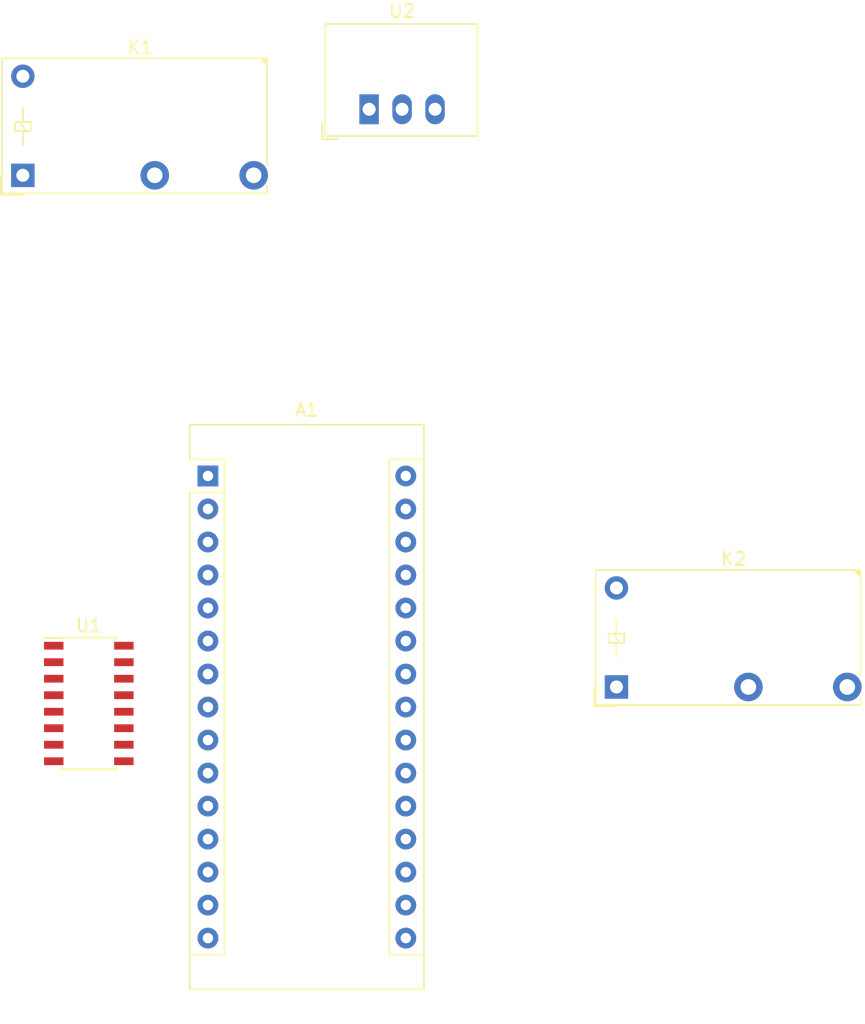
<source format=kicad_pcb>
(kicad_pcb (version 20171130) (host pcbnew 5.0.2-1.fc29)

  (general
    (thickness 1.6)
    (drawings 0)
    (tracks 0)
    (zones 0)
    (modules 5)
    (nets 36)
  )

  (page A4)
  (title_block
    (date "jeu. 02 avril 2015")
  )

  (layers
    (0 F.Cu signal)
    (31 B.Cu signal)
    (32 B.Adhes user)
    (33 F.Adhes user)
    (34 B.Paste user)
    (35 F.Paste user)
    (36 B.SilkS user)
    (37 F.SilkS user)
    (38 B.Mask user)
    (39 F.Mask user)
    (40 Dwgs.User user)
    (41 Cmts.User user)
    (42 Eco1.User user)
    (43 Eco2.User user)
    (44 Edge.Cuts user)
    (45 Margin user)
    (46 B.CrtYd user)
    (47 F.CrtYd user)
    (48 B.Fab user)
    (49 F.Fab user)
  )

  (setup
    (last_trace_width 0.25)
    (trace_clearance 0.2)
    (zone_clearance 0.508)
    (zone_45_only no)
    (trace_min 0.2)
    (segment_width 0.15)
    (edge_width 0.1)
    (via_size 0.6)
    (via_drill 0.4)
    (via_min_size 0.4)
    (via_min_drill 0.3)
    (uvia_size 0.3)
    (uvia_drill 0.1)
    (uvias_allowed no)
    (uvia_min_size 0.2)
    (uvia_min_drill 0.1)
    (pcb_text_width 0.3)
    (pcb_text_size 1.5 1.5)
    (mod_edge_width 0.15)
    (mod_text_size 1 1)
    (mod_text_width 0.15)
    (pad_size 1.5 1.5)
    (pad_drill 0.6)
    (pad_to_mask_clearance 0)
    (solder_mask_min_width 0.25)
    (aux_axis_origin 138.176 110.617)
    (visible_elements FFFFFF7F)
    (pcbplotparams
      (layerselection 0x00030_80000001)
      (usegerberextensions false)
      (usegerberattributes false)
      (usegerberadvancedattributes false)
      (creategerberjobfile false)
      (excludeedgelayer true)
      (linewidth 0.100000)
      (plotframeref false)
      (viasonmask false)
      (mode 1)
      (useauxorigin false)
      (hpglpennumber 1)
      (hpglpenspeed 20)
      (hpglpendiameter 15.000000)
      (psnegative false)
      (psa4output false)
      (plotreference true)
      (plotvalue true)
      (plotinvisibletext false)
      (padsonsilk false)
      (subtractmaskfromsilk false)
      (outputformat 1)
      (mirror false)
      (drillshape 1)
      (scaleselection 1)
      (outputdirectory ""))
  )

  (net 0 "")
  (net 1 "Net-(A1-Pad5)")
  (net 2 Earth)
  (net 3 "Net-(K1-Pad11)")
  (net 4 +12V)
  (net 5 "Net-(K2-Pad11)")
  (net 6 "Net-(A1-Pad6)")
  (net 7 "Net-(U1-Pad1)")
  (net 8 "Net-(A1-Pad8)")
  (net 9 "Net-(A1-Pad7)")
  (net 10 "Net-(A1-Pad10)")
  (net 11 "Net-(A1-Pad9)")
  (net 12 "Net-(U1-Pad8)")
  (net 13 "Net-(A1-Pad1)")
  (net 14 "Net-(A1-Pad17)")
  (net 15 "Net-(A1-Pad2)")
  (net 16 "Net-(A1-Pad18)")
  (net 17 "Net-(A1-Pad3)")
  (net 18 "Net-(A1-Pad19)")
  (net 19 "Net-(A1-Pad4)")
  (net 20 "Net-(A1-Pad20)")
  (net 21 "Net-(A1-Pad21)")
  (net 22 "Net-(A1-Pad22)")
  (net 23 "Net-(A1-Pad23)")
  (net 24 "Net-(A1-Pad24)")
  (net 25 "Net-(A1-Pad25)")
  (net 26 "Net-(A1-Pad26)")
  (net 27 "Net-(A1-Pad11)")
  (net 28 "Net-(A1-Pad27)")
  (net 29 "Net-(A1-Pad12)")
  (net 30 "Net-(A1-Pad28)")
  (net 31 "Net-(A1-Pad13)")
  (net 32 "Net-(A1-Pad14)")
  (net 33 "Net-(A1-Pad30)")
  (net 34 "Net-(A1-Pad15)")
  (net 35 "Net-(A1-Pad16)")

  (net_class Default "This is the default net class."
    (clearance 0.2)
    (trace_width 0.25)
    (via_dia 0.6)
    (via_drill 0.4)
    (uvia_dia 0.3)
    (uvia_drill 0.1)
    (add_net +12V)
    (add_net Earth)
    (add_net "Net-(A1-Pad1)")
    (add_net "Net-(A1-Pad10)")
    (add_net "Net-(A1-Pad11)")
    (add_net "Net-(A1-Pad12)")
    (add_net "Net-(A1-Pad13)")
    (add_net "Net-(A1-Pad14)")
    (add_net "Net-(A1-Pad15)")
    (add_net "Net-(A1-Pad16)")
    (add_net "Net-(A1-Pad17)")
    (add_net "Net-(A1-Pad18)")
    (add_net "Net-(A1-Pad19)")
    (add_net "Net-(A1-Pad2)")
    (add_net "Net-(A1-Pad20)")
    (add_net "Net-(A1-Pad21)")
    (add_net "Net-(A1-Pad22)")
    (add_net "Net-(A1-Pad23)")
    (add_net "Net-(A1-Pad24)")
    (add_net "Net-(A1-Pad25)")
    (add_net "Net-(A1-Pad26)")
    (add_net "Net-(A1-Pad27)")
    (add_net "Net-(A1-Pad28)")
    (add_net "Net-(A1-Pad3)")
    (add_net "Net-(A1-Pad30)")
    (add_net "Net-(A1-Pad4)")
    (add_net "Net-(A1-Pad5)")
    (add_net "Net-(A1-Pad6)")
    (add_net "Net-(A1-Pad7)")
    (add_net "Net-(A1-Pad8)")
    (add_net "Net-(A1-Pad9)")
    (add_net "Net-(K1-Pad11)")
    (add_net "Net-(K2-Pad11)")
    (add_net "Net-(U1-Pad1)")
    (add_net "Net-(U1-Pad8)")
  )

  (module Converter_DCDC:Converter_DCDC_RECOM_R-78E-0.5_THT (layer F.Cu) (tedit 5B741BB0) (tstamp 5C285106)
    (at 190.5 41.91)
    (descr "DCDC-Converter, RECOM, RECOM_R-78E-0.5, SIP-3, pitch 2.54mm, package size 11.6x8.5x10.4mm^3, https://www.recom-power.com/pdf/Innoline/R-78Exx-0.5.pdf")
    (tags "dc-dc recom buck sip-3 pitch 2.54mm")
    (path /5C1F97D2)
    (fp_text reference U2 (at 2.54 -7.56) (layer F.SilkS)
      (effects (font (size 1 1) (thickness 0.15)))
    )
    (fp_text value R-781.5-0.5 (at 2.54 3) (layer F.Fab)
      (effects (font (size 1 1) (thickness 0.15)))
    )
    (fp_line (start -3.31 -6.5) (end 8.29 -6.5) (layer F.Fab) (width 0.1))
    (fp_line (start 8.29 -6.5) (end 8.29 2) (layer F.Fab) (width 0.1))
    (fp_line (start 8.29 2) (end -2.31 2) (layer F.Fab) (width 0.1))
    (fp_line (start -2.31 2) (end -3.31 1) (layer F.Fab) (width 0.1))
    (fp_line (start -3.31 1) (end -3.31 -6.5) (layer F.Fab) (width 0.1))
    (fp_line (start -3.371 -6.56) (end 8.35 -6.56) (layer F.SilkS) (width 0.12))
    (fp_line (start -3.371 2.06) (end 8.35 2.06) (layer F.SilkS) (width 0.12))
    (fp_line (start -3.371 -6.56) (end -3.371 2.06) (layer F.SilkS) (width 0.12))
    (fp_line (start 8.35 -6.56) (end 8.35 2.06) (layer F.SilkS) (width 0.12))
    (fp_line (start -3.611 1.06) (end -3.611 2.3) (layer F.SilkS) (width 0.12))
    (fp_line (start -3.611 2.3) (end -2.371 2.3) (layer F.SilkS) (width 0.12))
    (fp_line (start -3.57 -6.75) (end -3.57 2.25) (layer F.CrtYd) (width 0.05))
    (fp_line (start -3.57 2.25) (end 8.54 2.25) (layer F.CrtYd) (width 0.05))
    (fp_line (start 8.54 2.25) (end 8.54 -6.75) (layer F.CrtYd) (width 0.05))
    (fp_line (start 8.54 -6.75) (end -3.57 -6.75) (layer F.CrtYd) (width 0.05))
    (fp_text user %R (at 2.54 -2.25) (layer F.Fab)
      (effects (font (size 1 1) (thickness 0.15)))
    )
    (pad 1 thru_hole rect (at 0 0) (size 1.5 2.3) (drill 1) (layers *.Cu *.Mask)
      (net 4 +12V))
    (pad 2 thru_hole oval (at 2.54 0) (size 1.5 2.3) (drill 1) (layers *.Cu *.Mask)
      (net 2 Earth))
    (pad 3 thru_hole oval (at 5.08 0) (size 1.5 2.3) (drill 1) (layers *.Cu *.Mask)
      (net 33 "Net-(A1-Pad30)"))
    (model ${KISYS3DMOD}/Converter_DCDC.3dshapes/Converter_DCDC_RECOM_R-78E-0.5_THT.wrl
      (at (xyz 0 0 0))
      (scale (xyz 1 1 1))
      (rotate (xyz 0 0 0))
    )
  )

  (module Module:Arduino_Nano (layer F.Cu) (tedit 58ACAF70) (tstamp 5C2850EF)
    (at 178.085001 70.125001)
    (descr "Arduino Nano, http://www.mouser.com/pdfdocs/Gravitech_Arduino_Nano3_0.pdf")
    (tags "Arduino Nano")
    (path /5C1CA5D2)
    (fp_text reference A1 (at 7.62 -5.08) (layer F.SilkS)
      (effects (font (size 1 1) (thickness 0.15)))
    )
    (fp_text value Arduino_Nano_v2.x (at 8.89 19.05 90) (layer F.Fab)
      (effects (font (size 1 1) (thickness 0.15)))
    )
    (fp_text user %R (at 6.35 19.05 90) (layer F.Fab)
      (effects (font (size 1 1) (thickness 0.15)))
    )
    (fp_line (start 1.27 1.27) (end 1.27 -1.27) (layer F.SilkS) (width 0.12))
    (fp_line (start 1.27 -1.27) (end -1.4 -1.27) (layer F.SilkS) (width 0.12))
    (fp_line (start -1.4 1.27) (end -1.4 39.5) (layer F.SilkS) (width 0.12))
    (fp_line (start -1.4 -3.94) (end -1.4 -1.27) (layer F.SilkS) (width 0.12))
    (fp_line (start 13.97 -1.27) (end 16.64 -1.27) (layer F.SilkS) (width 0.12))
    (fp_line (start 13.97 -1.27) (end 13.97 36.83) (layer F.SilkS) (width 0.12))
    (fp_line (start 13.97 36.83) (end 16.64 36.83) (layer F.SilkS) (width 0.12))
    (fp_line (start 1.27 1.27) (end -1.4 1.27) (layer F.SilkS) (width 0.12))
    (fp_line (start 1.27 1.27) (end 1.27 36.83) (layer F.SilkS) (width 0.12))
    (fp_line (start 1.27 36.83) (end -1.4 36.83) (layer F.SilkS) (width 0.12))
    (fp_line (start 3.81 31.75) (end 11.43 31.75) (layer F.Fab) (width 0.1))
    (fp_line (start 11.43 31.75) (end 11.43 41.91) (layer F.Fab) (width 0.1))
    (fp_line (start 11.43 41.91) (end 3.81 41.91) (layer F.Fab) (width 0.1))
    (fp_line (start 3.81 41.91) (end 3.81 31.75) (layer F.Fab) (width 0.1))
    (fp_line (start -1.4 39.5) (end 16.64 39.5) (layer F.SilkS) (width 0.12))
    (fp_line (start 16.64 39.5) (end 16.64 -3.94) (layer F.SilkS) (width 0.12))
    (fp_line (start 16.64 -3.94) (end -1.4 -3.94) (layer F.SilkS) (width 0.12))
    (fp_line (start 16.51 39.37) (end -1.27 39.37) (layer F.Fab) (width 0.1))
    (fp_line (start -1.27 39.37) (end -1.27 -2.54) (layer F.Fab) (width 0.1))
    (fp_line (start -1.27 -2.54) (end 0 -3.81) (layer F.Fab) (width 0.1))
    (fp_line (start 0 -3.81) (end 16.51 -3.81) (layer F.Fab) (width 0.1))
    (fp_line (start 16.51 -3.81) (end 16.51 39.37) (layer F.Fab) (width 0.1))
    (fp_line (start -1.53 -4.06) (end 16.75 -4.06) (layer F.CrtYd) (width 0.05))
    (fp_line (start -1.53 -4.06) (end -1.53 42.16) (layer F.CrtYd) (width 0.05))
    (fp_line (start 16.75 42.16) (end 16.75 -4.06) (layer F.CrtYd) (width 0.05))
    (fp_line (start 16.75 42.16) (end -1.53 42.16) (layer F.CrtYd) (width 0.05))
    (pad 1 thru_hole rect (at 0 0) (size 1.6 1.6) (drill 0.8) (layers *.Cu *.Mask)
      (net 13 "Net-(A1-Pad1)"))
    (pad 17 thru_hole oval (at 15.24 33.02) (size 1.6 1.6) (drill 0.8) (layers *.Cu *.Mask)
      (net 14 "Net-(A1-Pad17)"))
    (pad 2 thru_hole oval (at 0 2.54) (size 1.6 1.6) (drill 0.8) (layers *.Cu *.Mask)
      (net 15 "Net-(A1-Pad2)"))
    (pad 18 thru_hole oval (at 15.24 30.48) (size 1.6 1.6) (drill 0.8) (layers *.Cu *.Mask)
      (net 16 "Net-(A1-Pad18)"))
    (pad 3 thru_hole oval (at 0 5.08) (size 1.6 1.6) (drill 0.8) (layers *.Cu *.Mask)
      (net 17 "Net-(A1-Pad3)"))
    (pad 19 thru_hole oval (at 15.24 27.94) (size 1.6 1.6) (drill 0.8) (layers *.Cu *.Mask)
      (net 18 "Net-(A1-Pad19)"))
    (pad 4 thru_hole oval (at 0 7.62) (size 1.6 1.6) (drill 0.8) (layers *.Cu *.Mask)
      (net 19 "Net-(A1-Pad4)"))
    (pad 20 thru_hole oval (at 15.24 25.4) (size 1.6 1.6) (drill 0.8) (layers *.Cu *.Mask)
      (net 20 "Net-(A1-Pad20)"))
    (pad 5 thru_hole oval (at 0 10.16) (size 1.6 1.6) (drill 0.8) (layers *.Cu *.Mask)
      (net 1 "Net-(A1-Pad5)"))
    (pad 21 thru_hole oval (at 15.24 22.86) (size 1.6 1.6) (drill 0.8) (layers *.Cu *.Mask)
      (net 21 "Net-(A1-Pad21)"))
    (pad 6 thru_hole oval (at 0 12.7) (size 1.6 1.6) (drill 0.8) (layers *.Cu *.Mask)
      (net 6 "Net-(A1-Pad6)"))
    (pad 22 thru_hole oval (at 15.24 20.32) (size 1.6 1.6) (drill 0.8) (layers *.Cu *.Mask)
      (net 22 "Net-(A1-Pad22)"))
    (pad 7 thru_hole oval (at 0 15.24) (size 1.6 1.6) (drill 0.8) (layers *.Cu *.Mask)
      (net 9 "Net-(A1-Pad7)"))
    (pad 23 thru_hole oval (at 15.24 17.78) (size 1.6 1.6) (drill 0.8) (layers *.Cu *.Mask)
      (net 23 "Net-(A1-Pad23)"))
    (pad 8 thru_hole oval (at 0 17.78) (size 1.6 1.6) (drill 0.8) (layers *.Cu *.Mask)
      (net 8 "Net-(A1-Pad8)"))
    (pad 24 thru_hole oval (at 15.24 15.24) (size 1.6 1.6) (drill 0.8) (layers *.Cu *.Mask)
      (net 24 "Net-(A1-Pad24)"))
    (pad 9 thru_hole oval (at 0 20.32) (size 1.6 1.6) (drill 0.8) (layers *.Cu *.Mask)
      (net 11 "Net-(A1-Pad9)"))
    (pad 25 thru_hole oval (at 15.24 12.7) (size 1.6 1.6) (drill 0.8) (layers *.Cu *.Mask)
      (net 25 "Net-(A1-Pad25)"))
    (pad 10 thru_hole oval (at 0 22.86) (size 1.6 1.6) (drill 0.8) (layers *.Cu *.Mask)
      (net 10 "Net-(A1-Pad10)"))
    (pad 26 thru_hole oval (at 15.24 10.16) (size 1.6 1.6) (drill 0.8) (layers *.Cu *.Mask)
      (net 26 "Net-(A1-Pad26)"))
    (pad 11 thru_hole oval (at 0 25.4) (size 1.6 1.6) (drill 0.8) (layers *.Cu *.Mask)
      (net 27 "Net-(A1-Pad11)"))
    (pad 27 thru_hole oval (at 15.24 7.62) (size 1.6 1.6) (drill 0.8) (layers *.Cu *.Mask)
      (net 28 "Net-(A1-Pad27)"))
    (pad 12 thru_hole oval (at 0 27.94) (size 1.6 1.6) (drill 0.8) (layers *.Cu *.Mask)
      (net 29 "Net-(A1-Pad12)"))
    (pad 28 thru_hole oval (at 15.24 5.08) (size 1.6 1.6) (drill 0.8) (layers *.Cu *.Mask)
      (net 30 "Net-(A1-Pad28)"))
    (pad 13 thru_hole oval (at 0 30.48) (size 1.6 1.6) (drill 0.8) (layers *.Cu *.Mask)
      (net 31 "Net-(A1-Pad13)"))
    (pad 29 thru_hole oval (at 15.24 2.54) (size 1.6 1.6) (drill 0.8) (layers *.Cu *.Mask)
      (net 2 Earth))
    (pad 14 thru_hole oval (at 0 33.02) (size 1.6 1.6) (drill 0.8) (layers *.Cu *.Mask)
      (net 32 "Net-(A1-Pad14)"))
    (pad 30 thru_hole oval (at 15.24 0) (size 1.6 1.6) (drill 0.8) (layers *.Cu *.Mask)
      (net 33 "Net-(A1-Pad30)"))
    (pad 15 thru_hole oval (at 0 35.56) (size 1.6 1.6) (drill 0.8) (layers *.Cu *.Mask)
      (net 34 "Net-(A1-Pad15)"))
    (pad 16 thru_hole oval (at 15.24 35.56) (size 1.6 1.6) (drill 0.8) (layers *.Cu *.Mask)
      (net 35 "Net-(A1-Pad16)"))
    (model ${KISYS3DMOD}/Module.3dshapes/Arduino_Nano_WithMountingHoles.wrl
      (at (xyz 0 0 0))
      (scale (xyz 1 1 1))
      (rotate (xyz 0 0 0))
    )
  )

  (module Package_SO:SOIC-16_3.9x9.9mm_P1.27mm (layer F.Cu) (tedit 5A02F2D3) (tstamp 5C2850B2)
    (at 168.91 87.63)
    (descr "16-Lead Plastic Small Outline (SL) - Narrow, 3.90 mm Body [SOIC] (see Microchip Packaging Specification 00000049BS.pdf)")
    (tags "SOIC 1.27")
    (path /5C1D0662)
    (attr smd)
    (fp_text reference U1 (at 0 -6) (layer F.SilkS)
      (effects (font (size 1 1) (thickness 0.15)))
    )
    (fp_text value DG308AxY (at 6.35 8.89) (layer F.Fab)
      (effects (font (size 1 1) (thickness 0.15)))
    )
    (fp_text user %R (at 0 0) (layer F.Fab)
      (effects (font (size 0.9 0.9) (thickness 0.135)))
    )
    (fp_line (start -0.95 -4.95) (end 1.95 -4.95) (layer F.Fab) (width 0.15))
    (fp_line (start 1.95 -4.95) (end 1.95 4.95) (layer F.Fab) (width 0.15))
    (fp_line (start 1.95 4.95) (end -1.95 4.95) (layer F.Fab) (width 0.15))
    (fp_line (start -1.95 4.95) (end -1.95 -3.95) (layer F.Fab) (width 0.15))
    (fp_line (start -1.95 -3.95) (end -0.95 -4.95) (layer F.Fab) (width 0.15))
    (fp_line (start -3.7 -5.25) (end -3.7 5.25) (layer F.CrtYd) (width 0.05))
    (fp_line (start 3.7 -5.25) (end 3.7 5.25) (layer F.CrtYd) (width 0.05))
    (fp_line (start -3.7 -5.25) (end 3.7 -5.25) (layer F.CrtYd) (width 0.05))
    (fp_line (start -3.7 5.25) (end 3.7 5.25) (layer F.CrtYd) (width 0.05))
    (fp_line (start -2.075 -5.075) (end -2.075 -5.05) (layer F.SilkS) (width 0.15))
    (fp_line (start 2.075 -5.075) (end 2.075 -4.97) (layer F.SilkS) (width 0.15))
    (fp_line (start 2.075 5.075) (end 2.075 4.97) (layer F.SilkS) (width 0.15))
    (fp_line (start -2.075 5.075) (end -2.075 4.97) (layer F.SilkS) (width 0.15))
    (fp_line (start -2.075 -5.075) (end 2.075 -5.075) (layer F.SilkS) (width 0.15))
    (fp_line (start -2.075 5.075) (end 2.075 5.075) (layer F.SilkS) (width 0.15))
    (fp_line (start -2.075 -5.05) (end -3.45 -5.05) (layer F.SilkS) (width 0.15))
    (pad 1 smd rect (at -2.7 -4.445) (size 1.5 0.6) (layers F.Cu F.Paste F.Mask)
      (net 7 "Net-(U1-Pad1)"))
    (pad 2 smd rect (at -2.7 -3.175) (size 1.5 0.6) (layers F.Cu F.Paste F.Mask)
      (net 8 "Net-(A1-Pad8)"))
    (pad 3 smd rect (at -2.7 -1.905) (size 1.5 0.6) (layers F.Cu F.Paste F.Mask)
      (net 9 "Net-(A1-Pad7)"))
    (pad 4 smd rect (at -2.7 -0.635) (size 1.5 0.6) (layers F.Cu F.Paste F.Mask))
    (pad 5 smd rect (at -2.7 0.635) (size 1.5 0.6) (layers F.Cu F.Paste F.Mask))
    (pad 6 smd rect (at -2.7 1.905) (size 1.5 0.6) (layers F.Cu F.Paste F.Mask)
      (net 10 "Net-(A1-Pad10)"))
    (pad 7 smd rect (at -2.7 3.175) (size 1.5 0.6) (layers F.Cu F.Paste F.Mask)
      (net 11 "Net-(A1-Pad9)"))
    (pad 8 smd rect (at -2.7 4.445) (size 1.5 0.6) (layers F.Cu F.Paste F.Mask)
      (net 12 "Net-(U1-Pad8)"))
    (pad 9 smd rect (at 2.7 4.445) (size 1.5 0.6) (layers F.Cu F.Paste F.Mask))
    (pad 10 smd rect (at 2.7 3.175) (size 1.5 0.6) (layers F.Cu F.Paste F.Mask))
    (pad 11 smd rect (at 2.7 1.905) (size 1.5 0.6) (layers F.Cu F.Paste F.Mask))
    (pad 12 smd rect (at 2.7 0.635) (size 1.5 0.6) (layers F.Cu F.Paste F.Mask))
    (pad 13 smd rect (at 2.7 -0.635) (size 1.5 0.6) (layers F.Cu F.Paste F.Mask))
    (pad 14 smd rect (at 2.7 -1.905) (size 1.5 0.6) (layers F.Cu F.Paste F.Mask))
    (pad 15 smd rect (at 2.7 -3.175) (size 1.5 0.6) (layers F.Cu F.Paste F.Mask))
    (pad 16 smd rect (at 2.7 -4.445) (size 1.5 0.6) (layers F.Cu F.Paste F.Mask))
    (model ${KISYS3DMOD}/Package_SO.3dshapes/SOIC-16_3.9x9.9mm_P1.27mm.wrl
      (at (xyz 0 0 0))
      (scale (xyz 1 1 1))
      (rotate (xyz 0 0 0))
    )
  )

  (module Relay_THT:Relay_SPST_Finder_32.21-x300 (layer F.Cu) (tedit 5A636535) (tstamp 5C28508D)
    (at 209.55 86.36)
    (descr "Finder 32.21-x300 Relay, SPST, https://gfinder.findernet.com/assets/Series/355/S32EN.pdf")
    (tags "Finder 32.21-x300 Relay SPST")
    (path /5C1CB10F)
    (fp_text reference K2 (at 9.029214 -9.845556 180) (layer F.SilkS)
      (effects (font (size 1 1) (thickness 0.15)))
    )
    (fp_text value FINDER-32.21-x300 (at 9.129214 2.454444 180) (layer F.Fab)
      (effects (font (size 1 1) (thickness 0.15)))
    )
    (fp_line (start 19.13 -9.05) (end 19.13 1.45) (layer F.CrtYd) (width 0.05))
    (fp_line (start 19.13 -9.05) (end -1.65 -9.05) (layer F.CrtYd) (width 0.05))
    (fp_line (start -1.65 1.45) (end 19.13 1.45) (layer F.CrtYd) (width 0.05))
    (fp_line (start -1.65 1.45) (end -1.65 -9.05) (layer F.CrtYd) (width 0.05))
    (fp_line (start 0 -2.3) (end 0 -5.2) (layer F.Fab) (width 0.12))
    (fp_line (start -0.6 -4.1) (end -0.6 -3.4) (layer F.SilkS) (width 0.12))
    (fp_line (start 0.6 -4.1) (end -0.6 -4.1) (layer F.SilkS) (width 0.12))
    (fp_line (start 0.6 -3.4) (end 0.6 -4.1) (layer F.SilkS) (width 0.12))
    (fp_line (start -0.6 -3.4) (end 0.6 -3.4) (layer F.SilkS) (width 0.12))
    (fp_line (start 0.2 -3.4) (end -0.2 -4.1) (layer F.SilkS) (width 0.12))
    (fp_line (start 0 -4.1) (end 0 -5.2) (layer F.SilkS) (width 0.12))
    (fp_line (start 0 -3.4) (end 0 -2.3) (layer F.SilkS) (width 0.12))
    (fp_line (start 18.6 1.2) (end -1.4 1.2) (layer F.Fab) (width 0.12))
    (fp_line (start 18.6 -8.8) (end 18.6 1.2) (layer F.Fab) (width 0.12))
    (fp_line (start -1.4 -8.8) (end 18.6 -8.8) (layer F.Fab) (width 0.12))
    (fp_line (start -1.4 1.2) (end -1.4 -8.8) (layer F.Fab) (width 0.12))
    (fp_line (start 18.8 -9) (end 18.8 -0.795556) (layer F.SilkS) (width 0.12))
    (fp_line (start -1.6 -9) (end 18.8 -9) (layer F.SilkS) (width 0.12))
    (fp_line (start -1.6 1.4) (end -1.6 -9) (layer F.SilkS) (width 0.12))
    (fp_line (start 18.8 1.4) (end -1.6 1.4) (layer F.SilkS) (width 0.12))
    (fp_line (start 18.8 0.8) (end 18.8 1.4) (layer F.SilkS) (width 0.12))
    (fp_line (start -1.7 1.5) (end -1.7 0) (layer F.SilkS) (width 0.12))
    (fp_line (start 0 1.5) (end -1.7 1.5) (layer F.SilkS) (width 0.12))
    (fp_line (start 18.679214 -8.995556) (end 18.779214 -8.895556) (layer F.SilkS) (width 0.12))
    (fp_line (start 18.779214 -8.795556) (end 18.579214 -8.995556) (layer F.SilkS) (width 0.12))
    (fp_line (start 18.479214 -8.995556) (end 18.779214 -8.695556) (layer F.SilkS) (width 0.12))
    (fp_line (start 18.779214 -8.595556) (end 18.379214 -8.995556) (layer F.SilkS) (width 0.12))
    (fp_line (start 18.279214 -8.995556) (end 18.779214 -8.495556) (layer F.SilkS) (width 0.12))
    (fp_text user %R (at 10.2 -4.1 180) (layer F.Fab)
      (effects (font (size 1 1) (thickness 0.15)))
    )
    (pad 14 thru_hole circle (at 17.78 0 90) (size 2.2 2.2) (drill 1.2) (layers *.Cu *.Mask)
      (net 4 +12V))
    (pad 11 thru_hole circle (at 10.16 0 90) (size 2.2 2.2) (drill 1.2) (layers *.Cu *.Mask)
      (net 5 "Net-(K2-Pad11)"))
    (pad A2 thru_hole circle (at 0 -7.62 90) (size 1.8 1.8) (drill 1) (layers *.Cu *.Mask)
      (net 2 Earth))
    (pad A1 thru_hole rect (at 0 0 90) (size 1.8 1.8) (drill 1) (layers *.Cu *.Mask)
      (net 6 "Net-(A1-Pad6)"))
    (model ${KISYS3DMOD}/Relay_THT.3dshapes/Relay_SPST_Finder_32.21-x300.wrl
      (offset (xyz -0.02078600078782558 -0.004443999173257828 0))
      (scale (xyz 1 1 1))
      (rotate (xyz 0 0 0))
    )
  )

  (module Relay_THT:Relay_SPST_Finder_32.21-x300 (layer F.Cu) (tedit 5A636535) (tstamp 5C285068)
    (at 163.83 46.99)
    (descr "Finder 32.21-x300 Relay, SPST, https://gfinder.findernet.com/assets/Series/355/S32EN.pdf")
    (tags "Finder 32.21-x300 Relay SPST")
    (path /5C1CAFBF)
    (fp_text reference K1 (at 9.029214 -9.845556 180) (layer F.SilkS)
      (effects (font (size 1 1) (thickness 0.15)))
    )
    (fp_text value FINDER-32.21-x300 (at 9.129214 2.454444 180) (layer F.Fab)
      (effects (font (size 1 1) (thickness 0.15)))
    )
    (fp_text user %R (at 10.2 -4.1 180) (layer F.Fab)
      (effects (font (size 1 1) (thickness 0.15)))
    )
    (fp_line (start 18.279214 -8.995556) (end 18.779214 -8.495556) (layer F.SilkS) (width 0.12))
    (fp_line (start 18.779214 -8.595556) (end 18.379214 -8.995556) (layer F.SilkS) (width 0.12))
    (fp_line (start 18.479214 -8.995556) (end 18.779214 -8.695556) (layer F.SilkS) (width 0.12))
    (fp_line (start 18.779214 -8.795556) (end 18.579214 -8.995556) (layer F.SilkS) (width 0.12))
    (fp_line (start 18.679214 -8.995556) (end 18.779214 -8.895556) (layer F.SilkS) (width 0.12))
    (fp_line (start 0 1.5) (end -1.7 1.5) (layer F.SilkS) (width 0.12))
    (fp_line (start -1.7 1.5) (end -1.7 0) (layer F.SilkS) (width 0.12))
    (fp_line (start 18.8 0.8) (end 18.8 1.4) (layer F.SilkS) (width 0.12))
    (fp_line (start 18.8 1.4) (end -1.6 1.4) (layer F.SilkS) (width 0.12))
    (fp_line (start -1.6 1.4) (end -1.6 -9) (layer F.SilkS) (width 0.12))
    (fp_line (start -1.6 -9) (end 18.8 -9) (layer F.SilkS) (width 0.12))
    (fp_line (start 18.8 -9) (end 18.8 -0.795556) (layer F.SilkS) (width 0.12))
    (fp_line (start -1.4 1.2) (end -1.4 -8.8) (layer F.Fab) (width 0.12))
    (fp_line (start -1.4 -8.8) (end 18.6 -8.8) (layer F.Fab) (width 0.12))
    (fp_line (start 18.6 -8.8) (end 18.6 1.2) (layer F.Fab) (width 0.12))
    (fp_line (start 18.6 1.2) (end -1.4 1.2) (layer F.Fab) (width 0.12))
    (fp_line (start 0 -3.4) (end 0 -2.3) (layer F.SilkS) (width 0.12))
    (fp_line (start 0 -4.1) (end 0 -5.2) (layer F.SilkS) (width 0.12))
    (fp_line (start 0.2 -3.4) (end -0.2 -4.1) (layer F.SilkS) (width 0.12))
    (fp_line (start -0.6 -3.4) (end 0.6 -3.4) (layer F.SilkS) (width 0.12))
    (fp_line (start 0.6 -3.4) (end 0.6 -4.1) (layer F.SilkS) (width 0.12))
    (fp_line (start 0.6 -4.1) (end -0.6 -4.1) (layer F.SilkS) (width 0.12))
    (fp_line (start -0.6 -4.1) (end -0.6 -3.4) (layer F.SilkS) (width 0.12))
    (fp_line (start 0 -2.3) (end 0 -5.2) (layer F.Fab) (width 0.12))
    (fp_line (start -1.65 1.45) (end -1.65 -9.05) (layer F.CrtYd) (width 0.05))
    (fp_line (start -1.65 1.45) (end 19.13 1.45) (layer F.CrtYd) (width 0.05))
    (fp_line (start 19.13 -9.05) (end -1.65 -9.05) (layer F.CrtYd) (width 0.05))
    (fp_line (start 19.13 -9.05) (end 19.13 1.45) (layer F.CrtYd) (width 0.05))
    (pad A1 thru_hole rect (at 0 0 90) (size 1.8 1.8) (drill 1) (layers *.Cu *.Mask)
      (net 1 "Net-(A1-Pad5)"))
    (pad A2 thru_hole circle (at 0 -7.62 90) (size 1.8 1.8) (drill 1) (layers *.Cu *.Mask)
      (net 2 Earth))
    (pad 11 thru_hole circle (at 10.16 0 90) (size 2.2 2.2) (drill 1.2) (layers *.Cu *.Mask)
      (net 3 "Net-(K1-Pad11)"))
    (pad 14 thru_hole circle (at 17.78 0 90) (size 2.2 2.2) (drill 1.2) (layers *.Cu *.Mask)
      (net 4 +12V))
    (model ${KISYS3DMOD}/Relay_THT.3dshapes/Relay_SPST_Finder_32.21-x300.wrl
      (offset (xyz -0.02078600078782558 -0.004443999173257828 0))
      (scale (xyz 1 1 1))
      (rotate (xyz 0 0 0))
    )
  )

)

</source>
